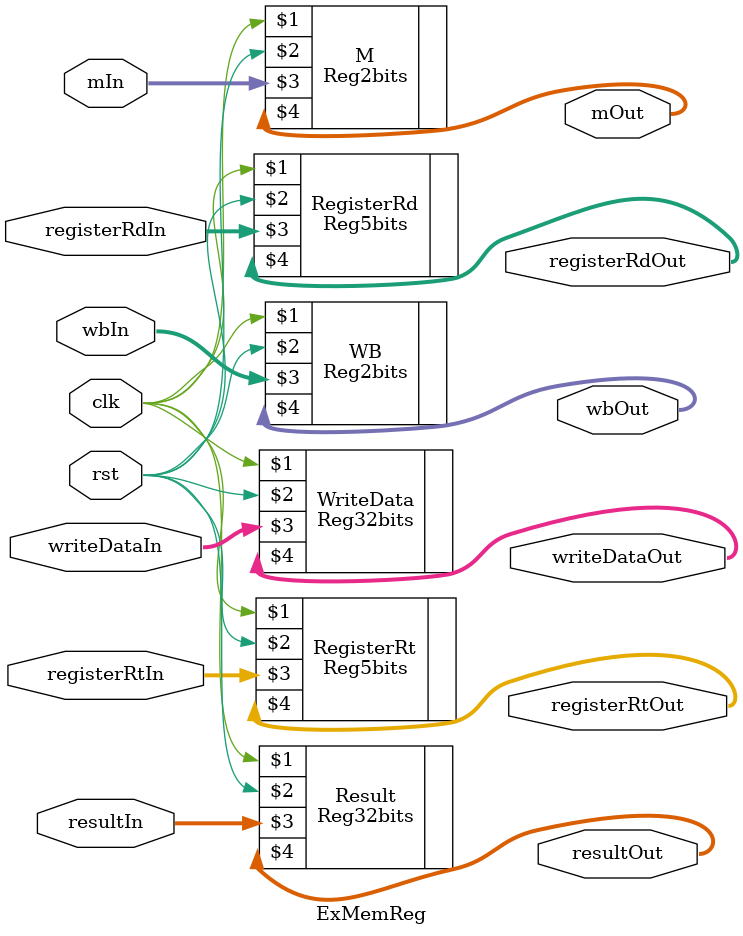
<source format=v>
module ExMemReg(clk, rst, wbIn, wbOut, mIn, mOut, resultIn, resultOut, writeDataIn, writeDataOut, registerRdIn, registerRdOut, registerRtIn, registerRtOut);
input clk, rst;
input [1:0]wbIn, mIn;
input [31:0]resultIn, writeDataIn;
input [4:0]registerRdIn, registerRtIn;
output wire[1:0]wbOut, mOut;
output wire[31:0]resultOut, writeDataOut;
output wire[4:0]registerRdOut, registerRtOut;

Reg2bits WB(clk, rst, wbIn, wbOut);
Reg2bits M(clk, rst, mIn, mOut);
Reg32bits Result(clk, rst, resultIn, resultOut);
Reg32bits WriteData(clk, rst, writeDataIn, writeDataOut);
Reg5bits RegisterRd(clk, rst, registerRdIn, registerRdOut);
Reg5bits RegisterRt(clk, rst, registerRtIn, registerRtOut);

endmodule
</source>
